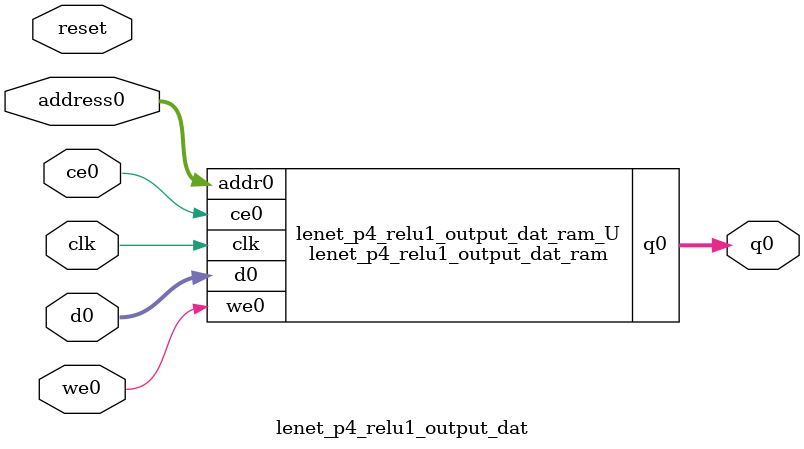
<source format=v>
`timescale 1 ns / 1 ps
module lenet_p4_relu1_output_dat_ram (addr0, ce0, d0, we0, q0,  clk);

parameter DWIDTH = 15;
parameter AWIDTH = 9;
parameter MEM_SIZE = 400;

input[AWIDTH-1:0] addr0;
input ce0;
input[DWIDTH-1:0] d0;
input we0;
output reg[DWIDTH-1:0] q0;
input clk;

(* ram_style = "block" *)reg [DWIDTH-1:0] ram[0:MEM_SIZE-1];




always @(posedge clk)  
begin 
    if (ce0) 
    begin
        if (we0) 
        begin 
            ram[addr0] <= d0; 
        end 
        q0 <= ram[addr0];
    end
end


endmodule

`timescale 1 ns / 1 ps
module lenet_p4_relu1_output_dat(
    reset,
    clk,
    address0,
    ce0,
    we0,
    d0,
    q0);

parameter DataWidth = 32'd15;
parameter AddressRange = 32'd400;
parameter AddressWidth = 32'd9;
input reset;
input clk;
input[AddressWidth - 1:0] address0;
input ce0;
input we0;
input[DataWidth - 1:0] d0;
output[DataWidth - 1:0] q0;



lenet_p4_relu1_output_dat_ram lenet_p4_relu1_output_dat_ram_U(
    .clk( clk ),
    .addr0( address0 ),
    .ce0( ce0 ),
    .we0( we0 ),
    .d0( d0 ),
    .q0( q0 ));

endmodule


</source>
